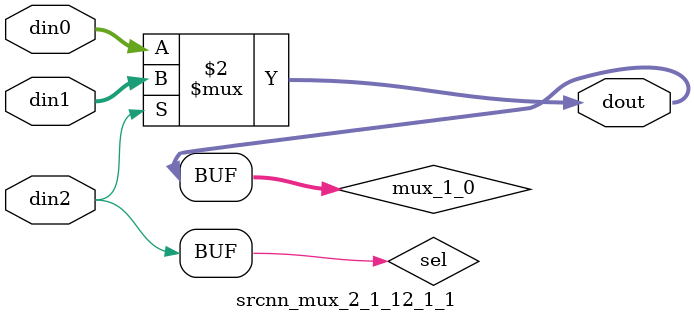
<source format=v>

`timescale 1ns/1ps

module srcnn_mux_2_1_12_1_1 #(
parameter
    ID                = 0,
    NUM_STAGE         = 1,
    din0_WIDTH       = 32,
    din1_WIDTH       = 32,
    din2_WIDTH         = 32,
    dout_WIDTH            = 32
)(
    input  [11 : 0]     din0,
    input  [11 : 0]     din1,
    input  [0 : 0]    din2,
    output [11 : 0]   dout);

// puts internal signals
wire [0 : 0]     sel;
// level 1 signals
wire [11 : 0]         mux_1_0;

assign sel = din2;

// Generate level 1 logic
assign mux_1_0 = (sel[0] == 0)? din0 : din1;

// output logic
assign dout = mux_1_0;

endmodule

</source>
